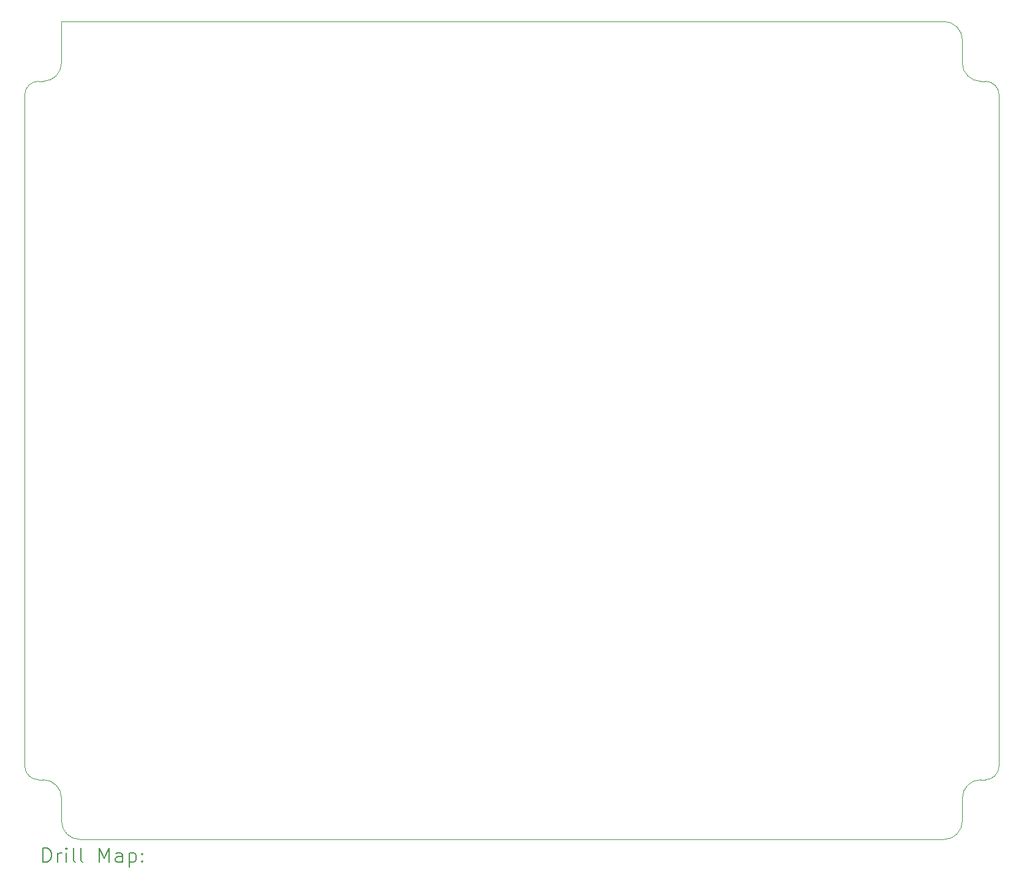
<source format=gbr>
%FSLAX45Y45*%
G04 Gerber Fmt 4.5, Leading zero omitted, Abs format (unit mm)*
G04 Created by KiCad (PCBNEW 6.0.5+dfsg-1~bpo11+1) date 2022-09-17 14:34:51*
%MOMM*%
%LPD*%
G01*
G04 APERTURE LIST*
%TA.AperFunction,Profile*%
%ADD10C,0.050000*%
%TD*%
%TA.AperFunction,Profile*%
%ADD11C,0.100000*%
%TD*%
%ADD12C,0.200000*%
G04 APERTURE END LIST*
D10*
X20574000Y-13525500D02*
G75*
G03*
X20320000Y-13779500I0J-254000D01*
G01*
X7874000Y-14097000D02*
G75*
G03*
X8128000Y-14351000I254000J0D01*
G01*
X7556500Y-3873500D02*
G75*
G03*
X7366000Y-4064000I0J-190500D01*
G01*
X20066000Y-14351000D02*
G75*
G03*
X20320000Y-14097000I0J254000D01*
G01*
X7556500Y-13525500D02*
X7620000Y-13525500D01*
X7556500Y-3873500D02*
X7620000Y-3873500D01*
X7366000Y-13335000D02*
G75*
G03*
X7556500Y-13525500I190500J0D01*
G01*
X20320000Y-3619500D02*
X20320000Y-3302000D01*
X7874000Y-3048000D02*
X7874000Y-3619500D01*
X20574000Y-13525500D02*
X20637500Y-13525500D01*
X7620000Y-3873500D02*
G75*
G03*
X7874000Y-3619500I0J254000D01*
G01*
X7874000Y-13779500D02*
G75*
G03*
X7620000Y-13525500I-254000J0D01*
G01*
X10287000Y-14351000D02*
X17907000Y-14351000D01*
X20320000Y-3302000D02*
G75*
G03*
X20066000Y-3048000I-254000J0D01*
G01*
D11*
X8128000Y-14351000D02*
X10287000Y-14351000D01*
D10*
X20320000Y-3619500D02*
G75*
G03*
X20574000Y-3873500I254000J0D01*
G01*
X20828000Y-4064000D02*
G75*
G03*
X20637500Y-3873500I-190500J0D01*
G01*
X7366000Y-11684000D02*
X7366000Y-4064000D01*
X20828000Y-4064000D02*
X20828000Y-11684000D01*
D11*
X20066000Y-14351000D02*
X17907000Y-14351000D01*
D10*
X20637500Y-13525500D02*
G75*
G03*
X20828000Y-13335000I0J190500D01*
G01*
X7874000Y-3048000D02*
X20066000Y-3048000D01*
X7874000Y-13779500D02*
X7874000Y-14097000D01*
D11*
X7366000Y-13335000D02*
X7366000Y-11684000D01*
D10*
X20320000Y-14097000D02*
X20320000Y-13779500D01*
D11*
X20828000Y-13335000D02*
X20828000Y-11684000D01*
D10*
X20574000Y-3873500D02*
X20637500Y-3873500D01*
D12*
X7618619Y-14666476D02*
X7618619Y-14466476D01*
X7666238Y-14466476D01*
X7694810Y-14476000D01*
X7713857Y-14495048D01*
X7723381Y-14514095D01*
X7732905Y-14552190D01*
X7732905Y-14580762D01*
X7723381Y-14618857D01*
X7713857Y-14637905D01*
X7694810Y-14656952D01*
X7666238Y-14666476D01*
X7618619Y-14666476D01*
X7818619Y-14666476D02*
X7818619Y-14533143D01*
X7818619Y-14571238D02*
X7828143Y-14552190D01*
X7837667Y-14542667D01*
X7856714Y-14533143D01*
X7875762Y-14533143D01*
X7942429Y-14666476D02*
X7942429Y-14533143D01*
X7942429Y-14466476D02*
X7932905Y-14476000D01*
X7942429Y-14485524D01*
X7951952Y-14476000D01*
X7942429Y-14466476D01*
X7942429Y-14485524D01*
X8066238Y-14666476D02*
X8047190Y-14656952D01*
X8037667Y-14637905D01*
X8037667Y-14466476D01*
X8171000Y-14666476D02*
X8151952Y-14656952D01*
X8142429Y-14637905D01*
X8142429Y-14466476D01*
X8399572Y-14666476D02*
X8399572Y-14466476D01*
X8466238Y-14609333D01*
X8532905Y-14466476D01*
X8532905Y-14666476D01*
X8713857Y-14666476D02*
X8713857Y-14561714D01*
X8704333Y-14542667D01*
X8685286Y-14533143D01*
X8647191Y-14533143D01*
X8628143Y-14542667D01*
X8713857Y-14656952D02*
X8694810Y-14666476D01*
X8647191Y-14666476D01*
X8628143Y-14656952D01*
X8618619Y-14637905D01*
X8618619Y-14618857D01*
X8628143Y-14599810D01*
X8647191Y-14590286D01*
X8694810Y-14590286D01*
X8713857Y-14580762D01*
X8809095Y-14533143D02*
X8809095Y-14733143D01*
X8809095Y-14542667D02*
X8828143Y-14533143D01*
X8866238Y-14533143D01*
X8885286Y-14542667D01*
X8894810Y-14552190D01*
X8904333Y-14571238D01*
X8904333Y-14628381D01*
X8894810Y-14647429D01*
X8885286Y-14656952D01*
X8866238Y-14666476D01*
X8828143Y-14666476D01*
X8809095Y-14656952D01*
X8990048Y-14647429D02*
X8999572Y-14656952D01*
X8990048Y-14666476D01*
X8980524Y-14656952D01*
X8990048Y-14647429D01*
X8990048Y-14666476D01*
X8990048Y-14542667D02*
X8999572Y-14552190D01*
X8990048Y-14561714D01*
X8980524Y-14552190D01*
X8990048Y-14542667D01*
X8990048Y-14561714D01*
M02*

</source>
